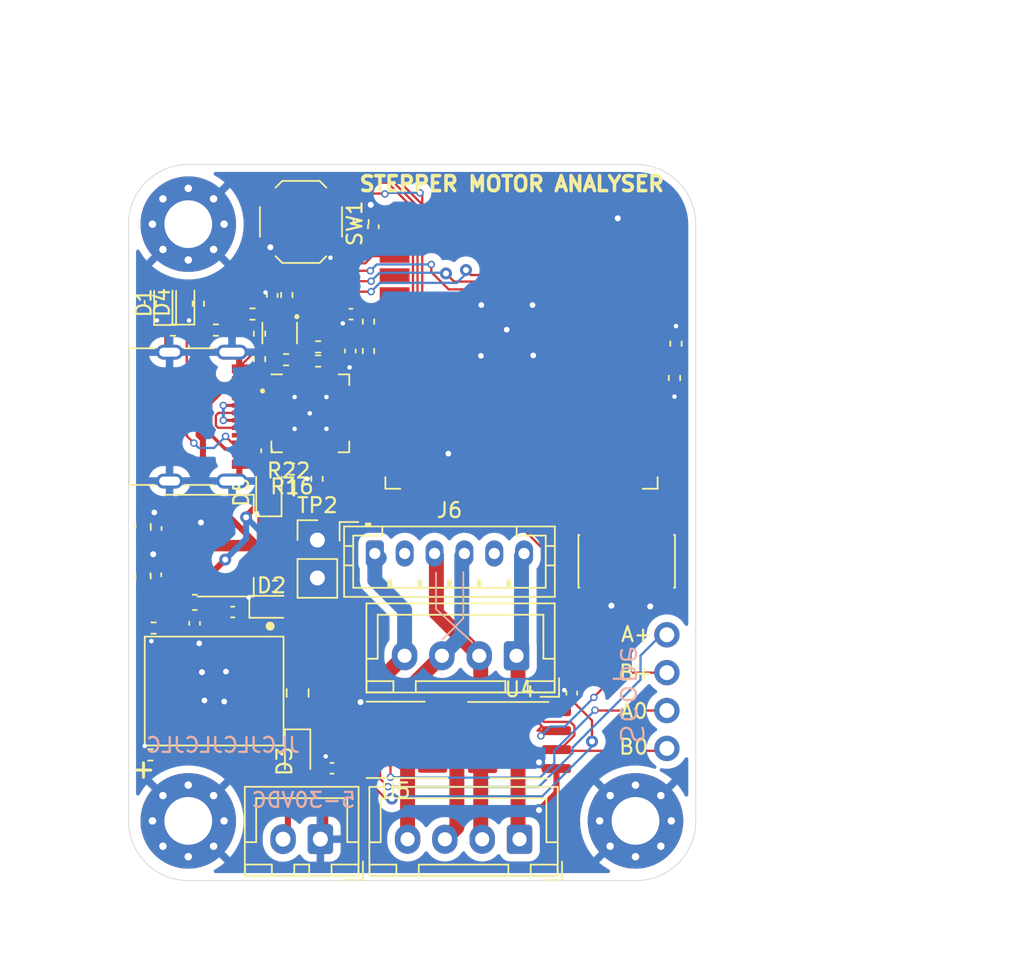
<source format=kicad_pcb>
(kicad_pcb (version 20221018) (generator pcbnew)
  (layers (0 "F.Cu" signal) (31 "B.Cu" signal) (34 "B.Paste" user) (35 "F.Paste" user) (36 "B.SilkS" user "B.Silkscreen") (37 "F.SilkS" user "F.Silkscreen") (38 "B.Mask" user) (39 "F.Mask" user) (44 "Edge.Cuts" user))
  (net 0 "")
  (net 1 "Net-(U2-VBUS)")
  (net 2 "Net-(D1-A)")
  (net 3 "Net-(D2-A)")
  (net 4 "Net-(D3-A)")
  (net 5 "GNDD")
  (net 7 "Net-(J1-Pin_1)")
  (net 10 "+3V3")
  (net 11 "Net-(J1-Pin_2)")
  (net 12 "Net-(J1-Pin_3)")
  (net 13 "Net-(J1-Pin_4)")
  (net 14 "Net-(J2-Pin_2)")
  (net 15 "Net-(J2-Pin_3)")
  (net 16 "Net-(J4-CC1)")
  (net 18 "Net-(J4-CC2)")
  (net 22 "Net-(Q1A-B1)")
  (net 23 "Net-(Q1B-B2)")
  (net 24 "Net-(U2-~{RSTb})")
  (net 25 "Net-(U2-RXD)")
  (net 26 "Net-(U2-TXD)")
  (net 45 "VBUS")
  (net 46 "EN")
  (net 47 "D+")
  (net 49 "D-")
  (net 50 "ESP_TMS")
  (net 51 "ESP_TCK")
  (net 56 "ESP_TDO")
  (net 57 "ESP_TDI")
  (net 58 "RTS")
  (net 59 "DTR")
  (net 60 "IO0")
  (net 61 "LED1")
  (net 62 "LED2")
  (net 63 "TXD0")
  (net 64 "RXD0")
  (net 65 "CHB")
  (net 66 "CHA")
  (net 67 "CFG1")
  (net 68 "CFG2")
  (net 69 "SWITCH")
  (net 81 "CHA_V0")
  (net 82 "CHB_V0")
  (net 83 "+5V")
  (net 84 "+12V")
  (net 86 "CHB_RAW")
  (net 87 "CHA_RAW")
  (net 88 "Net-(D4-A)")
  (footprint "Capacitor_SMD:C_0402_1005Metric" (layer "F.Cu") (at 1.825 -17 -90)
    (fp_text reference "C8" hide)
    (fp_text value "100n")
  )
  (footprint "Capacitor_SMD:C_0603_1608Metric" (layer "F.Cu") (at 0.975 -20.275 -90)
    (fp_text reference "C10" hide)
    (fp_text value "10u")
  )
  (footprint "Capacitor_SMD:C_0402_1005Metric" (layer "F.Cu") (at 1.85 -20.1 -90)
    (fp_text reference "C11" hide)
    (fp_text value "100n")
  )
  (footprint "Capacitor_SMD:C_0402_1005Metric" (layer "F.Cu") (at 9.2462 -25.306716 -90)
    (fp_text reference "C7" hide)
    (fp_text value "100n")
  )
  (footprint "Resistor_SMD:R_0402_1005Metric" (layer "F.Cu") (at 9.8 -16.225 180)
    (fp_text reference "R6" hide)
    (fp_text value "5K1")
  )
  (footprint "Resistor_SMD:R_0402_1005Metric" (layer "F.Cu") (at 1.4586 -35.1996 90)
    (fp_text reference "R1" hide)
    (fp_text value "5K1")
  )
  (footprint "Resistor_SMD:R_0402_1005Metric" (layer "F.Cu") (at 4.675 -35.175 90)
    (fp_text reference "R2" hide)
    (fp_text value "5K1")
  )
  (footprint "Resistor_SMD:R_0402_1005Metric" (layer "F.Cu") (at 12.625 -23.431716 -90)
    (fp_text reference "R7" hide)
    (fp_text value "5K1")
  )
  (footprint "stepper_monitor:QFN-28-1EP_5x5mm_P0.5mm_EP3.35x3.35mm" (layer "F.Cu") (at 12.175 -27.82 -90)
    (fp_text reference "U2" hide)
    (fp_text value "CP2102N-A01-GQFN28")
  )
  (footprint "stepper_monitor:ESP32-WROOM-32U" (layer "F.Cu") (at 26.3254 -31.8438 90)
    (fp_text reference "U6" hide)
    (fp_text value "ESP32-WROOM-32U-N4")
  )
  (footprint "stepper_monitor:USB_C_Receptacle_XKB_U262-16XN-4BVC11" (layer "F.Cu") (at 5.325 -27.6 -90)
    (fp_text reference "J4")
    (fp_text value "USB_C_Receptacle_USB2.0")
  )
  (footprint "Resistor_SMD:R_0402_1005Metric" (layer "F.Cu") (at 8.775 -31.45 -90)
    (fp_text reference "R4" hide)
    (fp_text value "5K1")
  )
  (footprint "Resistor_SMD:R_0402_1005Metric" (layer "F.Cu") (at 2.975 -33.4)
    (fp_text reference "R5" hide)
    (fp_text value "5K1")
  )
  (footprint "MountingHole:MountingHole_3.2mm_M3_Pad_Via" (layer "F.Cu") (at 4 -40.5)
    (fp_text reference "H1")
    (fp_text value "MountingHole")
  )
  (footprint "Capacitor_SMD:C_0402_1005Metric" (layer "F.Cu") (at 29.693076 -9.068776 -90)
    (fp_text reference "C14" hide)
    (fp_text value "100n")
  )
  (footprint "Package_SO:SOIC-8_3.9x4.9mm_P1.27mm" (layer "F.Cu") (at 26.193076 -5.912776)
    (fp_text reference "U4")
    (fp_text value "CC6920BSO-5A")
  )
  (footprint "Resistor_SMD:R_0402_1005Metric" (layer "F.Cu") (at 36.575 -30.192 -90)
    (fp_text reference "R17" hide)
    (fp_text value "DNP")
  )
  (footprint "Resistor_SMD:R_0402_1005Metric" (layer "F.Cu") (at 16.075 -31.992 -90)
    (fp_text reference "R19" hide)
    (fp_text value "1K")
  )
  (footprint "Connector_JST:JST_XH_B4B-XH-A_1x04_P2.50mm_Vertical" (layer "F.Cu") (at 25.993076 -11.568776 180)
    (fp_text reference "J1")
    (fp_text value "Conn_01x04_Pin")
  )
  (footprint "Connector_JST:JST_PH_B6B-PH-K_1x06_P2.00mm_Vertical" (layer "F.Cu") (at 16.5 -18.425)
    (fp_text reference "J6")
    (fp_text value "Conn_01x04_Pin")
  )
  (footprint "Resistor_SMD:R_0402_1005Metric" (layer "F.Cu") (at 10.9 -22.825)
    (fp_text reference "R22")
    (fp_text value "5K1")
  )
  (footprint "Capacitor_SMD:C_0402_1005Metric" (layer "F.Cu") (at 6.975 -14.5)
    (fp_text reference "C2" hide)
    (fp_text value "100n 50V")
  )
  (footprint "stepper_monitor:SOT-223-3_TabPin2" (layer "F.Cu") (at 6.475 -18.95 180)
    (fp_text reference "U3")
    (fp_text value "AMS1117-3.3")
  )
  (footprint "Capacitor_SMD:C_0805_2012Metric" (layer "F.Cu") (at 11.325 -9.075 90)
    (fp_text reference "C1" hide)
    (fp_text value "10u 50V")
  )
  (footprint "Capacitor_SMD:C_0402_1005Metric" (layer "F.Cu") (at 9.625 -35.725 -90)
    (fp_text reference "C9" hide)
    (fp_text value "2u2")
  )
  (footprint "Resistor_SMD:R_0402_1005Metric" (layer "F.Cu") (at 1.675 -13.425)
    (fp_text reference "R8" hide)
    (fp_text value "10K")
  )
  (footprint "Capacitor_SMD:C_0402_1005Metric" (layer "F.Cu") (at 14.8576 -32 -90)
    (fp_text reference "C16" hide)
    (fp_text value "2n2")
  )
  (footprint "Resistor_SMD:R_0402_1005Metric" (layer "F.Cu") (at 36.675 -32.492 90)
    (fp_text reference "R18" hide)
    (fp_text value "DNP")
  )
  (footprint "Resistor_SMD:R_0402_1005Metric" (layer "F.Cu") (at 12.7 -32.275 180)
    (fp_text reference "R15" hide)
    (fp_text value "1K")
  )
  (footprint "Button_Switch_SMD:SW_SPST_TL3342" (layer "F.Cu") (at 11.55 -40.65 180)
    (fp_text reference "SW1")
    (fp_text value "SW_Push")
  )
  (footprint "Resistor_SMD:R_0402_1005Metric" (layer "F.Cu") (at 10.9462 -24.081716 180)
    (fp_text reference "R16")
    (fp_text value "10K")
  )
  (footprint "LED_SMD:LED_0603_1608Metric" (layer "F.Cu") (at 3.675 -35.25 90)
    (fp_text reference "D4")
    (fp_text value "BLUE")
  )
  (footprint "stepper_monitor:Converter_DCDC" (layer "F.Cu") (at 5.7347 -8.925 180)
    (fp_text reference "U1")
    (fp_text value "5V")
  )
  (footprint "Resistor_SMD:R_0402_1005Metric" (layer "F.Cu") (at 10.55 -31.4142)
    (fp_text reference "R11" hide)
    (fp_text value "5K1")
  )
  (footprint "Resistor_SMD:R_0402_1005Metric" (layer "F.Cu") (at 1.4597 -4.925 180)
    (fp_text reference "R3" hide)
    (fp_text value "200K")
  )
  (footprint "LED_SMD:LED_0603_1608Metric" (layer "F.Cu") (at 2.45 -35.225 90)
    (fp_text reference "D1")
    (fp_text value "RED")
  )
  (footprint "Capacitor_SMD:C_0603_1608Metric" (layer "F.Cu") (at 4.4347 -15.15 180)
    (fp_text reference "C5" hide)
    (fp_text value "10u")
  )
  (footprint "Resistor_SMD:R_0402_1005Metric" (layer "F.Cu") (at 10.6 -35.75 90)
    (fp_text reference "R12" hide)
    (fp_text value "10K")
  )
  (footprint "Capacitor_SMD:C_0402_1005Metric" (layer "F.Cu") (at 4.4247 -13.7444 90)
    (fp_text reference "C3" hide)
    (fp_text value "100n")
  )
  (footprint "Resistor_SMD:R_0402_1005Metric" (layer "F.Cu") (at 12.7 -31.325 180)
    (fp_text reference "R14" hide)
    (fp_text value "1K")
  )
  (footprint "Diode_SMD:D_SOD-323" (layer "F.Cu") (at 9.4 -22.525 90)
    (fp_text reference "D5")
    (fp_text value "1N5819WS")
  )
  (footprint "stepper_monitor:SOT-363_SC-70-6" (layer "F.Cu") (at 10.125 -33.2 180)
    (fp_text reference "Q1" hide)
    (fp_text value "MMDT2222A")
  )
  (footprint "Resistor_SMD:R_0402_1005Metric" (layer "F.Cu") (at 5.85 -33.4 180)
    (fp_text reference "R9" hide)
    (fp_text value "10K")
  )
  (footprint "Resistor_SMD:R_0402_1005Metric" (layer "F.Cu") (at 16.075 -33.967 -90)
    (fp_text reference "R20" hide)
    (fp_text value "1K")
  )
  (footprint "LED_SMD:LED_0603_1608Metric" (layer "F.Cu") (at 9.575 -14.85)
    (fp_text reference "D2")
    (fp_text value "Yellow")
  )
  (footprint "Connector_PinHeader_2.54mm:PinHeader_1x04_P2.54mm_Vertical" (layer "F.Cu") (at 36.066 -12.976972)
    (fp_text reference "TP1" hide)
    (fp_text value "ScopeTestPoint")
  )
  (footprint "Connector_JST:JST_XH_B2B-XH-A_1x02_P2.50mm_Vertical" (layer "F.Cu") (at 12.85 0.725 180)
    (fp_text reference "J3")
    (fp_text value "Conn_01x02_Pin")
  )
  (footprint "Package_SO:SOIC-8_3.9x4.9mm_P1.27mm" (layer "F.Cu") (at 17.893076 -5.933776 180)
    (fp_text reference "U5")
    (fp_text value "CC6920BSO-5A")
  )
  (footprint "Capacitor_SMD:C_0402_1005Metric" (layer "F.Cu") (at 14.9 -34.467 180)
    (fp_text reference "C19" hide)
    (fp_text value "2n2")
  )
  (footprint "Capacitor_SMD:C_0402_1005Metric" (layer "F.Cu") (at 13.6326 -4.025)
    (fp_text reference "C17" hide)
    (fp_text value "100n")
  )
  (footprint "Capacitor_SMD:C_0603_1608Metric" (layer "F.Cu") (at 0.975 -16.875 -90)
    (fp_text reference "C6" hide)
    (fp_text value "10u")
  )
  (footprint "MountingHole:MountingHole_3.2mm_M3_Pad_Via" (layer "F.Cu") (at 33.963056 -0.5)
    (fp_text reference "H4")
    (fp_text value "MountingHole")
  )
  (footprint "Resistor_SMD:R_0402_1005Metric" (layer "F.Cu") (at 8.3 -34.475 180)
    (fp_text reference "R13" hide)
    (fp_text value "10K")
  )
  (footprint "Resistor_SMD:R_0402_1005Metric" (layer "F.Cu") (at 8.775 -33.1642 90)
    (fp_text reference "R10" hide)
    (fp_text value "5K1")
  )
  (footprint "stepper_monitor:PinHeader_2x05_P1.27mm_Vertical_SMD" (layer "F.Cu") (at 33.375 -17.9)
    (fp_text reference "J5" hide)
    (fp_text value "JTAG")
  )
  (footprint "MountingHole:MountingHole_3.2mm_M3_Pad_Via" (layer "F.Cu") (at 4 -0.5)
    (fp_text reference "H3")
    (fp_text value "MountingHole")
  )
  (footprint "Capacitor_SMD:C_0402_1005Metric" (layer "F.Cu") (at 16.4 -40.325 90)
    (fp_text reference "C13" hide)
    (fp_text value "100n")
  )
  (footprint "Connector_PinHeader_2.54mm:PinHeader_1x02_P2.54mm_Vertical" (layer "F.Cu") (at 12.65 -19.325)
    (fp_text reference "TP2")
    (fp_text value "5V_pins")
  )
  (footprint "Capacitor_SMD:C_0603_1608Metric" (layer "F.Cu") (at 15.575 -40.65 -90)
    (fp_text reference "C12" hide)
    (fp_text value "10u")
  )
  (footprint "Diode_SMD:D_SOD-323" (layer "F.Cu") (at 11.325 -5.025 -90)
    (fp_text reference "D3")
    (fp_text value "1N5819WS")
  )
  (footprint "Connector_JST:JST_XH_B4B-XH-A_1x04_P2.50mm_Vertical" (layer "F.Cu") (at 26.193076 0.731224 180)
    (fp_text reference "J2")
    (fp_text value "Conn_01x04_Pin")
  )
  (gr_line (start 22.425 -14.075) (end 22.425 -17.175) (stroke (width 0.12)) (layer "B.SilkS"))
  (gr_line (start 21.025 -12.65) (end 22.425 -14.075) (stroke (width 0.12)) (layer "B.SilkS"))
  (gr_line (start 20.6 -14.7) (end 20.6 -17.125) (stroke (width 0.12)) (layer "B.SilkS"))
  (gr_line (start 23.025 -12.475) (end 20.6 -14.7) (stroke (width 0.12)) (layer "B.SilkS"))
  (gr_line (start 0 -40.5) (end 0 -0.5) (stroke (width 0.05)) (layer "Edge.Cuts"))
  (gr_arc (start 38 -0.5) (mid 36.828427 2.328427) (end 34 3.5) (stroke (width 0.05)) (layer "Edge.Cuts"))
  (gr_line (start 4 3.5) (end 34 3.5) (stroke (width 0.05)) (layer "Edge.Cuts"))
  (gr_arc (start 4 3.5) (mid 1.171573 2.328427) (end 0 -0.5) (stroke (width 0.05)) (layer "Edge.Cuts"))
  (gr_arc (start 0 -40.5) (mid 1.171573 -43.328427) (end 4 -44.5) (stroke (width 0.05)) (layer "Edge.Cuts"))
  (gr_line (start 38 -0.5) (end 38 -40.5) (stroke (width 0.05)) (layer "Edge.Cuts"))
  (gr_arc (start 34 -44.5) (mid 36.828427 -43.328427) (end 38 -40.5) (stroke (width 0.05)) (layer "Edge.Cuts"))
  (gr_line (start 34 -44.5) (end 4 -44.5) (stroke (width 0.05)) (layer "Edge.Cuts"))
  (gr_text "5-30VDC" (at 11.725 -1.9) (layer "B.SilkS") (effects (font (size 1 1) (thickness 0.155) bold) (justify mirror)))
  (gr_text "Scope" (at 32.8 -5.5 270) (layer "B.SilkS") (effects (font (size 1.5 1.5)) (justify left bottom mirror)))
  (gr_text "JLCJLCJLCJLC" (at 11.5747 -5) (layer "B.SilkS") (effects (font (size 1 1) (thickness 0.155)) (justify left bottom mirror)))
  (gr_text "+" (at 1 -4) (layer "F.SilkS") (effects (font (size 1.27 1.27) (thickness 0.2032))))
  (gr_text "B+" (at 32.775 -9.85) (layer "F.SilkS") (effects (font (size 1 1)) (justify left bottom)))
  (gr_text "A0" (at 32.866 -7.276972) (layer "F.SilkS") (effects (font (size 1 1)) (justify left bottom)))
  (gr_text "B0" (at 32.766 -4.876972) (layer "F.SilkS") (effects (font (size 1 1)) (justify left bottom)))
  (gr_text "A+" (at 32.9 -12.425) (layer "F.SilkS") (effects (font (size 1 1)) (justify left bottom)))
  (gr_text "STEPPER MOTOR ANALYSER\n" (at 25.675 -43.2) (layer "F.SilkS") (effects (font (size 1 1) (thickness 0.24) bold)))
  (gr_text "-" (at 10.9734 -22.825 90) (layer "F.SilkS") (effects (font (size 1.27 1.27) (thickness 0.2032))))
  (segment (start 10.4362 -25.1312) (end 10.4362 -24.081716) (width 0.1524) (layer "F.Cu") (net 1))
  (segment (start 11.41 -22.825) (end 11.41 -23.107916) (width 0.1524) (layer "F.Cu") (net 1))
  (segment (start 11.41 -23.107916) (end 10.4362 -24.081716) (width 0.1524) (layer "F.Cu") (net 1))
  (segment (start 10.675 -25.37) (end 10.4362 -25.1312) (width 0.1524) (layer "F.Cu") (net 1))
  (segment (start 2.45 -35.681) (end 2.45 -36.0125) (width 0.1524) (layer "F.Cu") (net 2))
  (segment (start 1.4586 -34.6896) (end 2.45 -35.681) (width 0.1524) (layer "F.Cu") (net 2))
  (segment (start 10.335 -14.8975) (end 10.2625 -14.825) (width 0.1524) (layer "F.Cu") (net 3))
  (segment (start 10.335 -16.225) (end 10.335 -14.8975) (width 0.1524) (layer "F.Cu") (net 3))
  (segment (start 10.35 0.725) (end 10.675 0.4) (width 0.4064) (layer "F.Cu") (net 4))
  (segment (start 10.675 0.4) (end 10.675 -3.325) (width 0.4064) (layer "F.Cu") (net 4))
  (segment (start 10.675 -3.325) (end 11.325 -3.975) (width 0.4064) (layer "F.Cu") (net 4))
  (segment (start 15.543076 -8.462776) (end 15.543076 -7.963776) (width 0.1524) (layer "F.Cu") (net 5))
  (segment (start 6.495 -14.5) (end 5.7347 -13.7397) (width 0.4064) (layer "F.Cu") (net 5))
  (segment (start 5.7347 -5.3653) (end 5.7347 -6.3644) (width 0.6096) (layer "F.Cu") (net 5))
  (segment (start 9.675 -28.32) (end 10.531884 -28.32) (width 0.2286) (layer "F.Cu") (net 5))
  (segment (start 36.575 -29.682) (end 36.575 -28.942) (width 0.1524) (layer "F.Cu") (net 5))
  (segment (start 13.175 -3.086993) (end 10.6646 -5.597393) (width 0.4064) (layer "F.Cu") (net 5))
  (segment (start 1.825 -17.48) (end 1.825 -18.2) (width 0.4064) (layer "F.Cu") (net 5))
  (segment (start 0.975 -17.7) (end 1.65 -18.375) (width 0.4064) (layer "F.Cu") (net 5))
  (segment (start 13.175 0.4) (end 13.175 -3.086993) (width 0.4064) (layer "F.Cu") (net 5))
  (segment (start 5.7347 -12.0444) (end 5.7347 -13.4512) (width 0.3048) (layer "F.Cu") (net 5))
  (segment (start 27.5 -4.425) (end 27.917224 -4.007776) (width 0.4064) (layer "F.Cu") (net 5))
  (segment (start 1.825 -18.2) (end 1.65 -18.375) (width 0.4064) (layer "F.Cu") (net 5))
  (segment (start 10.531884 -28.32) (end 11.1242 -28.912316) (width 0.2286) (layer "F.Cu") (net 5))
  (segment (start 2.465 -32.205) (end 2.465 -33.4) (width 0.1524) (layer "F.Cu") (net 5))
  (segment (start 1.655 -17.65) (end 1.825 -17.48) (width 0.6096) (layer "F.Cu") (net 5))
  (segment (start 6.36 -33.4) (end 6.93 -32.83) (width 0.1524) (layer "F.Cu") (net 5))
  (segment (start 0.975 -17.65) (end 1.655 -17.65) (width 0.6096) (layer "F.Cu") (net 5))
  (segment (start 21.425 -25.117) (end 20.6104 -24.3024) (width 0.4064) (layer "F.Cu") (net 5))
  (segment (start 11.675 -28.32) (end 12.175 -27.82) (width 0.1524) (layer "F.Cu") (net 5))
  (segment (start 14.7 -38.75) (end 14.025 -38.75) (width 0.1524) (layer "F.Cu") (net 5))
  (segment (start 36.675 -33.002) (end 36.675 -33.667) (width 0.1524) (layer "F.Cu") (net 5))
  (segment (start 12.85 0.725) (end 13.175 0.4) (width 0.6096) (layer "F.Cu") (net 5))
  (segment (start 3.4379 -34.6474) (end 4.0221 -34.0632) (width 0.1524) (layer "F.Cu") (net 5))
  (segment (start 5.7347 -14.125) (end 5.7347 -12.0444) (width 0.4064) (layer "F.Cu") (net 5))
  (segment (start 34.8254 -40.925) (end 32.8086 -40.925) (width 0.4064) (layer "F.Cu") (net 5))
  (segment (start 8.6875 -14.8375) (end 8.05 -15.475) (width 0.1524) (layer "F.Cu") (net 5))
  (segment (start 10.725 -6.408946) (end 10.725 -7.525) (width 0.4064) (layer "F.Cu") (net 5))
  (segment (start 4.85 -20.5) (end 4.1 -21.25) (width 0.6096) (layer "F.Cu") (net 5))
  (segment (start 13.2076 -4.08) (end 13.1526 -4.025) (width 0.2286) (layer "F.Cu") (net 5))
  (segment (start 1.911 -34.0635) (end 1.911 -34.061) (width 0.1524) (layer "F.Cu") (net 5))
  (segment (start 14.35 -34.397) (end 14.42 -34.467) (width 0.1524) (layer "F.Cu") (net 5))
  (segment (start 2.8732 -21.2115) (end 2.8618 -21.2001) (width 0.6096) (layer "F.Cu") (net 5))
  (segment (start 1.165 -13.425) (end 1.165 -12.91) (width 0.1524) (layer "F.Cu") (net 5))
  (segment (start 15.772 -41.425) (end 16.2 -40.997) (width 0.6096) (layer "F.Cu") (net 5))
  (segment (start 9.175 -35.925) (end 9.345 -35.925) (width 0.1524) (layer "F.Cu") (net 5))
  (segment (start 10.6646 -6.348546) (end 10.725 -6.408946) (width 0.4064) (layer "F.Cu") (net 5))
  (segment (start 14.8576 -31.52) (end 14.8576 -30.95) (width 0.1524) (layer "F.Cu") (net 5))
  (segment (start 4.1 -21.25) (end 3.325 -21.25) (width 0.6096) (layer "F.Cu") (net 5))
  (segment (start 3.7998 -21.2115) (end 2.8732 -21.2115) (width 0.6096) (layer "F.Cu") (net 5))
  (segment (start 0.975 -21.05) (end 1.445 -20.58) (width 0.6096) (layer "F.Cu") (net 5))
  (segment (start 5.7347 -13.7397) (end 5.7347 -12.0444) (width 0.4064) (layer "F.Cu") (net 5))
  (segment (start 17.8254 -40.925) (end 17.606 -41.1444) (width 0.1524) (layer "F.Cu") (net 5))
  (segment (start 10.915084 -28.32) (end 11.675 -28.32) (width 0.1524) (layer "F.Cu") (net 5))
  (segment (start 27.917224 -4.007776) (end 28.668076 -4.007776) (width 0.4064) (layer "F.Cu") (net 5))
  (segment (start 2.7004 -21.1865) (end 2.6618 -21.2251) (width 0.6096) (layer "F.Cu") (net 5))
  (segment (start 28.668076 -2.393076) (end 27.5 -1.225) (width 0.4064) (layer "F.Cu") (net 5))
  (segment (start 11.975 -23.425) (end 11.4562 -23.9438) (width 0.1524) (layer "F.Cu") (net 5))
  (segment (start 3.9998 -21.1865) (end 2.7004 -21.1865) (width 0.6096) (layer "F.Cu") (net 5))
  (segment (start 14.8576 -30.95) (end 14.8076 -30.9) (width 0.1524) (layer "F.Cu") (net 5))
  (segment (start 8.4 -38.75) (end 9.3 -38.75) (width 0.1524) (layer "F.Cu") (net 5))
  (segment (start 8.478284 -31.978284) (end 7.495 -30.995) (width 0.1524) (layer "F.Cu") (net 5))
  (segment (start 32.105 -15.95) (end 35.915 -15.95) (width 0.1524) (layer "F.Cu") (net 5))
  (segment (start 3.6498 -21.2115) (end 3.0232 -21.2115) (width 0.6096) (layer "F.Cu") (net 5))
  (segment (start 2.75 -22.95) (end 2.75 -23.28) (width 0.2286) (layer "F.Cu") (net 5))
  (segment (start 10.725 -7.525) (end 11.325 -8.125) (width 0.4064) (layer "F.Cu") (net 5))
  (segment (start 6.93 -32.83) (end 6.93 -31.92) (width 0.1524) (layer "F.Cu") (net 5))
  (segment (start 5.2097 -14.65) (end 5.7347 -14.125) (width 0.4064) (layer "F.Cu") (net 5))
  (segment (start 2.655 -20.58) (end 3.325 -21.25) (width 0.6096) (layer "F.Cu") (net 5))
  (segment (start 7.495 -30.995) (end 7.495 -30.8) (width 0.1524) (layer "F.Cu") (net 5))
  (segment (start 4.5147 -13.2644) (end 5.7347 -12.0444) (width 0.4064) (layer "F.Cu") (net 5))
  (segment (start 32.8086 -40.925) (end 32.7768 -40.8932) (width 0.2286) (layer "F.Cu") (net 5))
  (segment (start 8.9538 -31.978284) (end 8.478284 -31.978284) (width 0.1524) (layer "F.Cu") (net 5))
  (segment (start 5.7347 -13.8014) (end 5.7347 -12.0444) (width 0.4064) (layer "F.Cu") (net 5))
  (segment (start 1.165 -12.91) (end 1.525 -12.55) (width 0.1524) (layer "F.Cu") (net 5))
  (segment (start 9.345 -35.925) (end 9.625 -36.205) (width 0.1524) (layer "F.Cu") (net 5))
  (segment (start 20.6104 -24.3024) (end 20.6104 -23.415) (width 0.4064) (layer "F.Cu") (net 5))
  (segment (start 15.543076 -7.963776) (end 15.418076 -7.838776) (width 0.1524) (layer "F.Cu") (net 5))
  (segment (start 16.2 -40.997) (end 16.3474 -41.1444) (width 0.6096) (layer "F.Cu") (net 5))
  (segment (start 2.8504 -21.1865) (end 2.8118 -21.2251) (width 0.6096) (layer "F.Cu") (net 5))
  (segment (start 16.225 -41.8) (end 15.85 -41.425) (width 0.4064) (layer "F.Cu") (net 5))
  (segment (start 7.1164 -31.87) (end 7.41 -31.5764) (width 0.4064) (layer "F.Cu") (net 5))
  (segment (start 13.2076 -4.825) (end 13.2076 -4.08) (width 0.2286) (layer "F.Cu") (net 5))
  (segment (start 7.4953 -8.125) (end 5.7347 -6.3644) (width 0.762) (layer "F.Cu") (net 5))
  (segment (start 5.2097 -15.15) (end 5.2097 -14.65) (width 0.4064) (layer "F.Cu") (net 5))
  (segment (start 14.025 -38.75) (end 13.525 -38.25) (width 0.1524) (layer "F.Cu") (net 5))
  (segment (start 2.75 -31.92) (end 2.465 -32.205) (width 0.1524) (layer "F.Cu") (net 5))
  (segment (start 10.6646 -5.597393) (end 10.6646 -6.348546) (width 0.4064) (layer "F.Cu") (net 5))
  (segment (start 1.911 -34.061) (end 1.9 -34.05) (width 0.1524) (layer "F.Cu") (net 5))
  (segment (start 15.575 -41.425) (end 15.772 -41.425) (width 0.6096) (layer "F.Cu") (net 5))
  (segment (start 28.668076 -4.007776) (end 28.668076 -2.393076) (width 0.4064) (layer "F.Cu") (net 5))
  (segment (start 14.35 -33.85) (end 14.35 -34.397) (width 0.1524) (layer "F.Cu") (net 5))
  (segment (start 0.9497 -4.925) (end 0.9497 -5.39) (width 0.1524) (layer "F.Cu") (net 5))
  (segment (start 3.0232 -21.2115) (end 3.0118 -21.2001) (width 0.6096) (layer "F.Cu") (net 5))
  (segment (start 6.845 -31.87) (end 7.1164 -31.87) (width 0.4064) (layer "F.Cu") (net 5))
  (segment (start 0.9497 -5.39) (end 1.0847 -5.525) (width 0.1524) (layer "F.Cu") (net 5))
  (segment (start 9.3 -38.75) (end 9.5 -38.95) (width 0.1524) (layer "F.Cu") (net 5))
  (segment (start 11.4562 -23.9438) (end 11.4562 -24.081716) (width 0.1524) (layer "F.Cu") (net 5))
  (segment (start 11.325 -8.125) (end 7.4953 -8.125) (width 0.762) (layer "F.Cu") (net 5))
  (segment (start 16.3474 -41.1444) (end 17.606 -41.1444) (width 0.6096) (layer "F.Cu") (net 5))
  (segment (start 15.85 -41.425) (end 15.575 -41.425) (width 0.4064) (layer "F.Cu") (net 5))
  (segment (start 4.4247 -13.2644) (end 4.5147 -13.2644) (width 0.4064) (layer "F.Cu") (net 5))
  (segment (start 7.41 -31.5764) (end 7.41 -30.75) (width 0.4064) (layer "F.Cu") (net 5))
  (segment (start 4.0221 -34.0632) (end 4.0368 -34.0632) (width 0.1524) (layer "F.Cu") (net 5))
  (segment (start 4.0368 -34.0632) (end 4.05 -34.05) (width 0.1524) (layer "F.Cu") (net 5))
  (segment (start 7.4228 -23.6055) (end 7.4228 -24.0741) (width 0.4064) (layer "F.Cu") (net 5))
  (segment (start 29.193076 -9.268776) (end 29.473076 -9.548776) (width 0.2286) (layer "F.Cu") (net 5))
  (segment (start 0.975 -17.65) (end 0.975 -17.7) (width 0.4064) (layer "F.Cu") (net 5))
  (segment (start 9.2462 -24.826716) (end 9.2462 -24.900716) (width 0.2286) (layer "F.Cu") (net 5))
  (segment (start 3.8498 -21.1865) (end 2.8504 -21.1865) (width 0.6096) (layer "F.Cu") (net 5))
  (segment (start 2.5 -34.6525) (end 1.911 -34.0635) (width 0.1524) (layer "F.Cu") (net 5))
  (segment (start 29.473076 -9.548776) (end 29.693076 -9.548776) (width 0.2286) (layer "F.Cu") (net 5))
  (segment (start 9.2462 -24.900716) (end 11.1242 -26.778716) (width 0.2286) (layer "F.Cu") (net 5))
  (segment (start 1.445 -20.58) (end 2.655 -20.58) (width 0.6096) (layer "F.Cu") (net 5))
  (segment (start 8.6875 -14.825) (end 8.6875 -14.8375) (width 0.1524) (layer "F.Cu") (net 5))
  (via (at 1.0847 -5.525) (size 0.55) (drill 0.3) (layers "F.Cu" "B.Cu") (net 5))
  (via (at 5.0847 -8.575) (size 0.762) (drill 0.381) (layers "F.Cu" "B.Cu") (net 5))
  (via (at 32.35 -14.925) (size 0.8) (drill 0.4) (layers "F.Cu" "B.Cu") (net 5))
  (via (at 13.2076 -4.825) (size 0.55) (drill 0.3) (layers "F.Cu" "B.Cu") (net 5))
  (via (at 9.5 -38.95) (size 0.8) (drill 0.4) (layers "F.Cu" "B.Cu") (net 5))
  (via (at 11.1242 -28.912316) (size 0.55) (drill 0.3) (layers "F.Cu" "B.Cu") (net 5))
  (via (at 1.525 -12.55) (size 0.5) (drill 0.3) (layers "F.Cu" "B.Cu") (net 5))
  (via (at 13.525 -38.25) (size 0.5) (drill 0.3) (layers "F.Cu" "B.Cu") (net 5))
  (via (at 13.2578 -28.912316) (size 0.55) (drill 0.3) (layers "F.Cu" "B.Cu") (net 5))
  (via (at 8.05 -15.475) (size 0.55) (drill 0.3) (layers "F.Cu" "B.Cu") (net 5))
  (via (at 11.975 -23.425) (size 0.55) (drill 0.3) (layers "F.Cu" "B.Cu") (net 5))
  (via (at 29.193076 -9.268776) (size 0.55) (drill 0.3) (layers "F.Cu" "B.Cu") (net 5))
  (via (at 4.85 -20.5) (size 0.8) (drill 0.4) (layers "F.Cu" "B.Cu") (net 5))
  (via (at 14.8076 -30.9) (size 0.5) (drill 0.3) (layers "F.Cu" "B.Cu") (net 5))
  (via (at 16.225 -41.8) (size 0.8) (drill 0.4) (layers "F.Cu" "B.Cu") (net 5))
  (via (at 9.175 -35.925) (size 0.5) (drill 0.3) (layers "F.Cu" "B.Cu") (net 5))
  (via (at 27.1128 -31.7004) (size 0.762) (drill 0.381) (layers "F.Cu" "B.Cu") (net 5))
  (via (at 34.95 -14.875) (size 0.8) (drill 0.4) (layers "F.Cu" "B.Cu") (net 5))
  (via (at 27.5 -4.425) (size 0.8) (drill 0.4) (layers "F.Cu" "B.Cu") (net 5))
  (via (at 23.6076 -31.675) (size 0.762) (drill 0.381) (layers "F.Cu" "B.Cu") (net 5))
  (via (at 12.1402 -27.820116) (size 0.55) (drill 0.3) (layers "F.Cu" "B.Cu") (net 5))
  (via (at 14.35 -33.85) (size 0.5) (drill 0.3) (layers "F.Cu" "B.Cu") (net 5))
  (via (at 4.7347 -12.4) (size 0.762) (drill 0.381) (layers "F.Cu" "B.Cu") (net 5))
  (via (at 13.2578 -26.778716) (size 0.55) (drill 0.3) (layers "F.Cu" "B.Cu") (net 5))
  (via (at 36.575 -28.942) (size 0.5) (drill 0.3) (layers "F.Cu" "B.Cu") (net 5))
  (via (at 27.062 -35.0786) (size 0.762) (drill 0.381) (layers "F.Cu" "B.Cu") (net 5))
  (via (at 32.7768 -40.8932) (size 0.8) (drill 0.4) (layers "F.Cu" "B.Cu") (net 5))
  (via (at 23.633 -35.0786) (size 0.762) (drill 0.381) (layers "F.Cu" "B.Cu") (net 5))
  (via (at 4.9185 -10.4676) (size 0.8) (drill 0.4) (layers "F.Cu" "B.Cu") (net 5))
  (via (at 36.675 -33.667) (size 0.5) (drill 0.3) (layers "F.Cu" "B.Cu") (net 5))
  (via (at 15.543076 -8.462776) (size 0.8) (drill 0.4) (layers "F.Cu" "B.Cu") (net 5))
  (via (at 21.425 -25.117) (size 0.762) (drill 0.381) (layers "F.Cu" "B.Cu") (net 5))
  (via (at 1.725 -21.175) (size 0.762) (drill 0.381) (layers "F.Cu" "B.Cu") (net 5))
  (via (at 6.525919 -10.510181) (size 0.762) (drill 0.381) (layers "F.Cu" "B.Cu") (net 5))
  (via (at 27.5 -1.225) (size 0.8) (drill 0.4) (layers "F.Cu" "B.Cu") (net 5))
  (via (at 4.05 -34.05) (size 0.5) (drill 0.3) (layers "F.Cu" "B.Cu") (net 5))
  (via (at 1.9 -34.05) (size 0.5) (drill 0.3) (layers "F.Cu" "B.Cu") (net 5))
  (via (at 6.4097 -8.5) (size 0.762) (drill 0.381) (layers "F.Cu" "B.Cu") (net 5))
  (via (at 11.1242 -26.778716) (size 0.55) (drill 0.3) (layers "F.Cu" "B.Cu") (net 5))
  (via (at 25.3348 -33.4276) (size 0.762) (drill 0.381) (layers "F.Cu" "B.Cu") (net 5))
  (via (at 1.65 -18.375) (size 0.8) (drill 0.4) (layers "F.Cu" "B.Cu") (net 5))
  (segment (start 26.093076 -11.468776) (end 26.093076 0.631224) (width 1) (layer "F.Cu") (net 7))
  (segment (start 26.093076 0.631224) (end 26.193076 0.731224) (width 0.762) (layer "F.Cu") (net 7))
  (segment (start 25.993076 -11.568776) (end 26.093076 -11.468776) (width 0.762) (layer "F.Cu") (net 7))
  (segment (start 25.993076 -11.568776) (end 26.325 -11.9007) (width 1) (layer "B.Cu") (net 7))
  (segment (start 26.325 -18.25) (end 26.5 -18.425) (width 1) (layer "B.Cu") (net 7))
  (segment (start 26.325 -11.9007) (end 26.325 -18.25) (width 1) (layer "B.Cu") (net 7))
  (segment (start 17.232938 -1.992062) (end 15.418076 -3.806924) (width 0.1524) (layer "F.Cu") (net 10))
  (segment (start 8.7 -25.240516) (end 9.2462 -25.786716) (width 0.1524) (layer "F.Cu") (net 10))
  (segment (start 10.9 -21.8) (end 10.9 -23.149208) (width 0.1524) (layer "F.Cu") (net 10))
  (segment (start 10.0656 -19.3906) (end 9.625 -18.95) (width 0.2286) (layer "F.Cu") (net 10))
  (segment (start 28.842076 -7.817776) (end 28.668076 -7.817776) (width 0.4064) (layer "F.Cu") (net 10))
  (segment (start 17.641176 -1.992062) (end 17.232938 -1.992062) (width 0.1524) (layer "F.Cu") (net 10))
  (segment (start 9.625 -16.585) (end 9.315 -16.275) (width 0.1524) (layer "F.Cu") (net 10))
  (segment (start 9.625 -19.84) (end 9.625 -18.95) (width 0.1524) (layer "F.Cu") (net 10))
  (segment (start 15.418076 -3.806924) (end 15.418076 -4.028776) (width 0.1524) (layer "F.Cu") (net 10))
  (segment (start 31.05 -7.231852) (end 29.693076 -8.588776) (width 0.1524) (layer "F.Cu") (net 10))
  (segment (start 11.275 -12.15) (end 11.275 -17.3) (width 0.1524) (layer "F.Cu") (net 10))
  (segment (start 4.9822 -22.6428) (end 8.675 -18.95) (width 0.4064) (layer "F.Cu") (net 10))
  (segment (start 10.4156 -36.8406) (end 13.45 -39.875) (width 0.3048) (layer "F.Cu") (net 10))
  (segment (start 29.613076 -8.588776) (end 28.842076 -7.817776) (width 0.4064) (layer "F.Cu") (net 10))
  (segment (start 9.9136 -19.2386) (end 9.625 -18.95) (width 0.1524) (layer "F.Cu") (net 10))
  (segment (start 9.8536 -24.0714) (end 9.606884 -24.318116) (width 0.1524) (layer "F.Cu") (net 10))
  (segment (start 14.1126 -4.025) (end 15.4143 -4.025) (width 0.4064) (layer "F.Cu") (net 10))
  (segment (start 8.7 -24.541637) (end 8.7 -25.240516) (width 0.1524) (layer "F.Cu") (net 10))
  (segment (start 13.0406 -6.165831) (end 13.0406 -10.3844) (width 0.1524) (layer "F.Cu") (net 10))
  (segment (start 13.45 -39.875) (end 15.575 -39.875) (width 0.3048) (layer "F.Cu") (net 10))
  (segment (start 2.52 -18.95) (end 1.85 -19.62) (width 0.6096) (layer "F.Cu") (net 10))
  (segment (start 31.05 -5.825) (end 31.05 -7.231852) (width 0.1524) (layer "F.Cu") (net 10))
  (segment (start 9.625 -20.525) (end 10.9 -21.8) (width 0.1524) (layer "F.Cu") (net 10))
  (segment (start 10.233708 -23.45) (end 9.8536 -23.830108) (width 0.1524) (layer "F.Cu") (net 10))
  (segment (start 9.8536 -23.830108) (end 9.8536 -24.0714) (width 0.1524) (layer "F.Cu") (net 10))
  (segment (start 12.625 -22.84) (end 9.625 -19.84) (width 0.1524) (layer "F.Cu") (net 10))
  (segment (start 10.9 -23.149208) (end 10.599208 -23.45) (width 0.1524) (layer "F.Cu") (net 10))
  (segment (start 10.6 -36.26) (end 10.6 -36.6562) (width 0.1524) (layer "F.Cu") (net 10))
  (segment (start 7.79 -34.475) (end 5.401187 -34.475) (width 0.1524) (layer "F.Cu") (net 10))
  (segment (start 16.4662 -39.655) (end 16.2462 -39.875) (width 0.6096) (layer "F.Cu") (net 10))
  (segment (start 4.9822 -26.076511) (end 4.9822 -22.6428) (width 0.4064) (layer "F.Cu") (net 10))
  (segment (start 9.606884 -24.318116) (end 8.923521 -24.318116) (width 0.1524) (layer "F.Cu") (net 10))
  (segment (start 4.7 -26.358711) (end 4.9822 -26.076511) (width 0.4064) (layer "F.Cu") (net 10))
  (segment (start 1.095 -19.62) (end 0.975 -19.5) (width 0.6096) (layer "F.Cu") (net 10))
  (segment (start 8.675 -18.95) (end 9.625 -18.95) (width 0.4064) (layer "F.Cu") (net 10))
  (segment (start 7.8156 -36.8406) (end 10.4156 -36.8406) (width 0.3048) (layer "F.Cu") (net 10))
  (segment (start 4.7 -33.773813) (end 4.7 -26.358711) (width 0.4064) (layer "F.Cu") (net 10))
  (segment (start 4.748813 -33.773813) (end 7.8156 -36.8406) (width 0.3048) (layer "F.Cu") (net 10))
  (segment (start 7.775 -34.49) (end 7.79 -34.475) (width 0.1524) (layer "F.Cu") (net 10))
  (segment (start 10.6 -36.6562) (end 10.4156 -36.8406) (width 0.1524) (layer "F.Cu") (net 10))
  (segment (start 17.8254 -39.655) (end 16.4662 -39.655) (width 0.6096) (layer "F.Cu") (net 10))
  (segment (start 13.0406 -10.3844) (end 11.275 -12.15) (width 0.1524) (layer "F.Cu") (net 10))
  (segment (start 29.693076 -8.588776) (end 29.613076 -8.588776) (width 0.4064) (layer "F.Cu") (net 10))
  (segment (start 9.625 -18.95) (end 9.625 -16.585) (width 0.1524) (layer "F.Cu") (net 10))
  (segment (start 7.325 -18.95) (end 3.325 -18.95) (width 0.762) (layer "F.Cu") (net 10))
  (segment (start 16.2462 -39.875) (end 15.575 -39.875) (width 0.6096) (layer "F.Cu") (net 10))
  (segment (start 15.418076 -4.028776) (end 15.177655 -4.028776) (width 0.1524) (layer "F.Cu") (net 10))
  (segment (start 9.675 -26.215516) (end 9.675 -26.82) (width 0.4064) (layer "F.Cu") (net 10))
  (segment (start 8.923521 -24.318116) (end 8.7 -24.541637) (width 0.1524) (layer "F.Cu") (net 10))
  (segment (start 4.7 -33.773813) (end 4.748813 -33.773813) (width 0.3048) (layer "F.Cu") (net 10))
  (segment (start 10.599208 -23.45) (end 10.233708 -23.45) (width 0.1524) (layer "F.Cu") (net 10))
  (segment (start 15.4143 -4.025) (end 15.418076 -4.028776) (width 0.4064) (layer "F.Cu") (net 10))
  (segment (start 11.275 -17.3) (end 9.625 -18.95) (width 0.1524) (layer "F.Cu") (net 10))
  (segment (start 3.325 -18.95) (end 2.52 -18.95) (width 0.6096) (layer "F.Cu") (net 10))
  (segment (start 1.85 -19.62) (end 1.095 -19.62) (width 0.6096) (layer "F.Cu") (net 10))
  (segment (start 7.325 -18.95) (end 9.625 -18.95) (width 0.762) (layer "F.Cu") (net 10))
  (segment (start 12.625 -22.921716) (end 12.625 -22.84) (width 0.1524) (layer "F.Cu") (net 10))
  (segment (start 9.2462 -25.786716) (end 9.675 -26.215516) (width 0.4064) (layer "F.Cu") (net 10))
  (segment (start 15.177655 -4.028776) (end 13.0406 -6.165831) (width 0.1524) (layer "F.Cu") (net 10))
  (segment (start 9.625 -18.95) (end 9.625 -20.525) (width 0.1524) (layer "F.Cu") (net 10))
  (via (at 31.05 -5.825) (size 0.8) (drill 0.4) (layers "F.Cu" "B.Cu") (net 10))
  (via (at 17.641176 -1.992062) (size 0.8) (drill 0.4) (layers "F.Cu" "B.Cu") (net 10))
  (segment (start 27.7125 -2.15) (end 31.05 -5.4875) (width 0.1524) (layer "B.Cu") (net 10))
  (segment (start 17.799114 -2.15) (end 27.7125 -2.15) (width 0.1524) (layer "B.Cu") (net 10))
  (segment (start 17.641176 -1.992062) (end 17.799114 -2.15) (width 0.1524) (layer "B.Cu") (net 10))
  (segment (start 31.05 -5.4875) (end 31.05 -5.825) (width 0.1524) (layer "B.Cu") (net 10))
  (segment (start 23.493076 -11.568776) (end 20.625 -14.436852) (width 1) (layer "F.Cu") (net 11))
  (segment (start 23.593076 -6.672776) (end 23.593076 -11.468776) (width 1) (layer "F.Cu") (net 11))
  (segment (start 20.625 -14.436852) (end 20.625 -18.3) (width 1) (layer "F.Cu") (net 11))
  (segment (start 23.718076 -6.547776) (end 23.593076 -6.672776) (width 0.762) (layer "F.Cu") (net 11))
  (segment (start 20.625 -18.3) (end 20.5 -18.425) (width 1) (layer "F.Cu") (net 11))
  (segment (start 18.740676 -6.086411) (end 18.740676 -9.316376) (width 1) (layer "F.Cu") (net 12))
  (segment (start 20.25 -4.577087) (end 18.740676 -6.086411) (width 1) (layer "F.Cu") (net 12))
  (segment (start 20.25 -4.511852) (end 20.25 -4.577087) (width 1) (layer "F.Cu") (net 12))
  (segment (start 18.740676 -9.316376) (end 20.993076 -11.568776) (width 1) (layer "F.Cu") (net 12))
  (segment (start 20.368076 -4.393776) (end 20.25 -4.511852) (width 1) (layer "F.Cu") (net 12))
  (segment (start 22.325 -12.9007) (end 22.325 -18.25) (width 1) (layer "B.Cu") (net 12))
  (segment (start 22.325 -18.25) (end 22.5 -18.425) (width 1) (layer "B.Cu") (net 12))
  (segment (start 20.993076 -11.568776) (end 22.325 -12.9007) (width 1) (layer "B.Cu") (net 12))
  (segment (start 18.693076 -4.130735) (end 18.693076 0.731224) (width 1) (layer "F.Cu") (net 13))
  (segment (start 17.588276 -7.161724) (end 17.588276 -5.235535) (width 1) (layer "F.Cu") (net 13))
  (segment (start 17.588276 -5.235535) (end 18.693076 -4.130735) (width 1) (layer "F.Cu") (net 13))
  (segment (start 18.493076 -11.568776) (end 17.293076 -10.368776) (width 1) (layer "F.Cu") (net 13))
  (segment (start 17.293076 -7.456924) (end 17.588276 -7.161724) (width 1) (layer "F.Cu") (net 13))
  (segment (start 17.293076 -10.368776) (end 17.293076 -7.456924) (width 1) (layer "F.Cu") (net 13))
  (segment (start 16.5 -16.625) (end 16.5 -18.425) (width 1) (layer "B.Cu") (net 13))
  (segment (start 18.493076 -11.568776) (end 18.493076 -14.631924) (width 1) (layer "B.Cu") (net 13))
  (segment (start 16.8 -18.125) (end 16.5 -18.425) (width 1) (layer "B.Cu") (net 13))
  (segment (start 18.493076 -14.631924) (end 16.5 -16.625) (width 1) (layer "B.Cu") (net 13))
  (segment (start 23.593076 -5.152776) (end 23.593076 0.631224) (width 1) (layer "F.Cu") (net 14))
  (segment (start 23.718076 -5.277776) (end 23.593076 -5.152776) (width 0.762) (layer "F.Cu") (net 14))
  (segment (start 23.593076 0.631224) (end 23.693076 0.731224) (width 0.762) (layer "F.Cu") (net 14))
  (segment (start 21.193076 0.731224) (end 21.995476 -0.071176) (width 1) (layer "F.Cu") (net 15))
  (segment (start 21.995476 -5.866376) (end 20.368076 -7.493776) (width 1) (layer "F.Cu") (net 15))
  (segment (start 21.995476 -0.071176) (end 21.995476 -5.866376) (width 1) (layer "F.Cu") (net 15))
  (segment (start 20.368076 -7.493776) (end 20.368076 -7.838776) (width 1) (layer "F.Cu") (net 15))
  (segment (start 8.825 -29.4978) (end 8.825 -30.776484) (width 0.1524) (layer "F.Cu") (net 16))
  (segment (start 7.495 -28.85) (end 8.1772 -28.85) (width 0.1524) (layer "F.Cu") (net 16))
  (segment (start 8.1772 -28.85) (end 8.825 -29.4978) (width 0.1524) (layer "F.Cu") (net 16))
  (segment (start 8.825 -30.776484) (end 8.9716 -30.923084) (width 0.1524) (layer "F.Cu") (net 16))
  (segment (start 3.9 -26.3) (end 3.9 -32.985) (width 0.1524) (layer "F.Cu") (net 18))
  (segment (start 6.925 -25.85) (end 6.5 -26.275) (width 0.1524) (layer "F.Cu") (net 18))
  (segment (start 4.375 -25.825) (end 3.9 -26.3) (width 0.1524) (layer "F.Cu") (net 18))
  (segment (start 3.9 -32.985) (end 3.485 -33.4) (width 0.1524) (layer "F.Cu") (net 18))
  (segment (start 7.495 -25.85) (end 6.925 -25.85) (width 0.1524) (layer "F.Cu") (net 18))
  (via (at 6.5 -26.275) (size 0.5) (drill 0.3) (layers "F.Cu" "B.Cu") (net 18))
  (via (at 4.375 -25.825) (size 0.5) (drill 0.3) (layers "F.Cu" "B.Cu") (net 18))
  (segment (start 5.725 -25.5) (end 6.5 -26.275) (width 0.1524) (layer "B.Cu") (net 18))
  (segment (start 4.375 -25.825) (end 4.7 -25.5) (width 0.1524) (layer "B.Cu") (net 18))
  (segment (start 4.7 -25.5) (end 5.725 -25.5) (width 0.1524) (layer "B.Cu") (net 18))
  (segment (start 10.125 -33.7346) (end 9.8698 -33.4794) (width 0.1524) (layer "F.Cu") (net 22))
  (segment (start 9.8698 -33.4794) (end 8.9698 -33.4794) (width 0.1524) (layer "F.Cu") (net 22))
  (segment (start 10.125 -34.15) (end 10.125 -33.7346) (width 0.1524) (layer "F.Cu") (net 22))
  (segment (start 8.9698 -33.4794) (end 8.775 -33.6742) (width 0.1524) (layer "F.Cu") (net 22))
  (segment (start 10.125 -31.4992) (end 10.125 -32.25) (width 0.1524) (layer "F.Cu") (net 23))
  (segment (start 10.04 -31.4142) (end 10.125 -31.4992) (width 0.1524) (layer "F.Cu") (net 23))
  (segment (start 11.4924 -24.630316) (end 11.9364 -24.630316) (width 0.1524) (layer "F.Cu") (net 24))
  (segment (start 11.9364 -24.630316) (end 12.625 -23.941716) (width 0.1524) (layer "F.Cu") (net 24))
  (segment (start 11.175 -24.947716) (end 11.4924 -24.630316) (width 0.1524) (layer "F.Cu") (net 24))
  (segment (start 11.175 -25.37) (end 11.175 -24.947716) (width 0.1524) (layer "F.Cu") (net 24))
  (segment (start 12.19 -30.335) (end 12.175 -30.32) (width 0.1524) (layer "F.Cu") (net 25))
  (segment (start 12.19 -31.325) (end 12.19 -30.335) (width 0.1524) (layer "F.Cu") (net 25))
  (segment (start 12.19 -32.275) (end 11.675 -31.76) (width 0.1524) (layer "F.Cu") (net 26))
  (segment (start 11.675 -31.76) (end 11.675 -30.32) (width 0.1524) (layer "F.Cu") (net 26))
  (segment (start 7.46 -25.2) (end 7.2267 -25.4333) (width 0.2286) (layer "F.Cu") (net 45))
  (segment (start 9.175 -23.575) (end 8.75 -23.575) (width 0.2286) (layer "F.Cu") (net 45))
  (segment (start 7.2267 -25.4333) (end 6.4667 -25.4333) (width 0.2286) (layer "F.Cu") (net 45))
  (segment (start 7.3298 -29.8348) (end 6.158607 -29.8348) (width 0.1524) (layer "F.Cu") (net 45))
  (segment (start 6.4667 -25.4333) (end 5.5071 -26.3929) (width 0.2286) (layer "F.Cu") (net 45))
  (segment (start 10.15 -22.825) (end 10.39 -22.825) (width 0.3048) (layer "F.Cu") (net 45))
  (segment (start 7.495 -30) (end 7.3298 -29.8348) (width 0.1524) (layer "F.Cu") (net 45))
  (segment (start 8.1034 -25.2) (end 7.495 -25.2) (width 0.2286) (layer "F.Cu") (net 45))
  (segment (start 8.35 -24.847982) (end 8.2283 -24.969682) (width 0.2286) (layer "F.Cu") (net 45))
  (segment (start 5.34 -30.653407) (end 5.34 -33.4) (width 0.1524) (layer "F.Cu") (net 45))
  (segment (start 5.5071 -26.3929) (end 5.5071 -28.5071) (width 0.2286) (layer "F.Cu") (net 45))
  (segment (start 6.95 -29.95) (end 7.41 -29.95) (width 0.2286) (layer "F.Cu") (net 45))
  (segment (start 9.365066 -23.575) (end 9.175 -23.575) (width 0.3048) (layer "F.Cu") (net 45))
  (segment (start 5.5071 -28.5071) (end 6.95 -29.95) (width 0.2286) (layer "F.Cu") (net 45))
  (segment (start 8.2283 -25.0751) (end 8.1034 -25.2) (width 0.2286) (layer "F.Cu") (net 45))
  (segment (start 8.35 -23.975) (end 8.35 -24.847982) (width 0.2286) (layer "F.Cu") (net 45))
  (segment (start 6.158607 -29.8348) (end 5.34 -30.653407) (width 0.1524) (layer "F.Cu") (net 45))
  (segment (start 8.2283 -24.969682) (end 8.2283 -25.0751) (width 0.2286) (layer "F.Cu") (net 45))
  (segment (start 9.4 -23.575) (end 10.15 -22.825) (width 0.3048) (layer "F.Cu") (net 45))
  (segment (start 8.75 -23.575) (end 8.35 -23.975) (width 0.2286) (layer "F.Cu") (net 45))
  (segment (start 8.440392 -33.1746) (end 10.411 -33.1746) (width 0.1524) (layer "F.Cu") (net 46))
  (segment (start 8.745792 -35.245) (end 8.3114 -34.810608) (width 0.1524) (layer "F.Cu") (net 46))
  (segment (start 9.63 -35.24) (end 9.625 -35.245) (width 0.1524) (layer "F.Cu") (net 46))
  (segment (start 10.411 -33.1746) (end 10.775 -32.8106) (width 0.1524) (layer "F.Cu") (net 46))
  (segment (start 8.2264 -33.959808) (end 8.2264 -33.388592) (width 0.1524) (layer "F.Cu") (net 46))
  (segment (start 14.818948 -37.875) (end 12.183948 -35.24) (width 0.1524) (layer "F.Cu") (net 46))
  (segment (start 17.8254 -38.3596) (end 16.3346 -38.3596) (width 0.1524) (layer "F.Cu") (net 46))
  (segment (start 8.3114 -34.810608) (end 8.3114 -34.044808) (width 0.1524) (layer "F.Cu") (net 46))
  (segment (start 10.775 -32.8106) (end 10.775 -32.25) (width 0.1524) (layer "F.Cu") (net 46))
  (segment (start 8.2264 -33.388592) (end 8.440392 -33.1746) (width 0.1524) (layer "F.Cu") (net 46))
  (segment (start 10.6 -35.24) (end 9.63 -35.24) (width 0.1524) (layer "F.Cu") (net 46))
  (segment (start 15.85 -37.875) (end 14.818948 -37.875) (width 0.1524) (layer "F.Cu") (net 46))
  (segment (start 12.183948 -35.24) (end 10.6 -35.24) (width 0.1524) (layer "F.Cu") (net 46))
  (segment (start 8.3114 -34.044808) (end 8.2264 -33.959808) (width 0.1524) (layer "F.Cu") (net 46))
  (segment (start 16.3346 -38.3596) (end 15.85 -37.875) (width 0.1524) (layer "F.Cu") (net 46))
  (segment (start 9.625 -35.245) (end 8.745792 -35.245) (width 0.1524) (layer "F.Cu") (net 46))
  (segment (start 5.85 -27.675) (end 5.85 -27) (width 0.1524) (layer "F.Cu") (net 47))
  (segment (start 6.025 -27.85) (end 5.85 -27.675) (width 0.1524) (layer "F.Cu") (net 47))
  (segment (start 7.2694 -27.85) (end 7.2004 -27.781) (width 0.1524) (layer "F.Cu") (net 47))
  (segment (start 7.495 -27.85) (end 6.025 -27.85) (width 0.1524) (layer "F.Cu") (net 47))
  (segment (start 9.675 -27.82) (end 9.663284 -27.831716) (width 0.1524) (layer "F.Cu") (net 47))
  (segment (start 6 -26.85) (end 7.495 -26.85) (width 0.1524) (layer "F.Cu") (net 47))
  (segment (start 5.85 -27) (end 6 -26.85) (width 0.1524) (layer "F.Cu") (net 47))
  (segment (start 9.663284 -27.831716) (end 7.0906 -27.831716) (width 0.1524) (layer "F.Cu") (net 47))
  (segment (start 7.269484 -27.32) (end 9.675 -27.32) (width 0.1524) (layer "F.Cu") (net 49))
  (segment (start 6.35 -28.35) (end 7.41 -28.35) (width 0.2) (layer "F.Cu") (net 49))
  (segment (start 7.41 -27.35) (end 6.35 -27.35) (width 0.2) (layer "F.Cu") (net 49))
  (via (at 6.35 -27.35) (size 0.5) (drill 0.3) (layers "F.Cu" "B.Cu") (net 49))
  (via (at 6.35 -28.35) (size 0.5) (drill 0.3) (layers "F.Cu" "B.Cu") (net 49))
  (segment (start 6.35 -28.35) (end 6.35 -27.35) (width 0.2) (layer "B.Cu") (net 49))
  (segment (start 30.835 -19.85) (end 28.9228 -21.7622) (width 0.1524) (layer "F.Cu") (net 50))
  (segment (start 19.275 -22.925) (end 19.275 -24.76) (width 0.1524) (layer "F.Cu") (net 50))
  (segment (start 19.275 -24.76) (end 18.3754 -25.6596) (width 0.1524) (layer "F.Cu") (net 50))
  (segment (start 18.3754 -25.6596) (end 17.8254 -25.6596) (width 0.1524) (layer "F.Cu") (net 50))
  (segment (start 28.9228 -21.7622) (end 20.4378 -21.7622) (width 0.1524) (layer "F.Cu") (net 50))
  (segment (start 20.4378 -21.7622) (end 19.275 -22.925) (width 0.1524) (layer "F.Cu") (net 50))
  (segment (start 22.5658 -22.067) (end 21.8804 -22.7524) (width 0.1524) (layer "F.Cu") (net 51))
  (segment (start 32.105 -20.595) (end 30.633 -22.067) (width 0.1524) (layer "F.Cu") (net 51))
  (segment (start 21.8804 -22.7524) (end 21.8804 -23.3896) (width 0.1524) (layer "F.Cu") (net 51))
  (segment (start 30.633 -22.067) (end 22.5658 -22.067) (width 0.1524) (layer "F.Cu") (net 51))
  (segment (start 32.105 -19.85) (end 32.105 -20.595) (width 0.1524) (layer "F.Cu") (net 51))
  (segment (start 33.375 -20.5322) (end 31.7462 -22.161) (width 0.1524) (layer "F.Cu") (net 56))
  (segment (start 31.3618 -22.161) (end 30.7704 -22.7524) (width 0.1524) (layer "F.Cu") (net 56))
  (segment (start 30.7704 -22.7524) (end 30.7704 -23.3896) (width 0.1524) (layer "F.Cu") (net 56))
  (segment (start 31.7462 -22.161) (end 31.3618 -22.161) (width 0.1524) (layer "F.Cu") (net 56))
  (segment (start 33.375 -19.85) (end 33.375 -20.5322) (width 0.1524) (layer "F.Cu") (net 56))
  (segment (start 34.175 -18.35) (end 30.3078 -18.35) (width 0.1524) (layer "F.Cu") (net 57))
  (segment (start 30.2364 -18.4214) (end 30.2364 -19.2386) (width 0.1524) (layer "F.Cu") (net 57))
  (segment (start 30.2364 -19.2386) (end 28.15 -21.325) (width 0.1524) (layer "F.Cu") (net 57))
  (segment (start 30.3078 -18.35) (end 30.2364 -18.4214) (width 0.1524) (layer "F.Cu") (net 57))
  (segment (start 28.15 -21.325) (end 19.975 -21.325) (width 0.1524) (layer "F.Cu") (net 57))
  (segment (start 34.645 -18.82) (end 34.175 -18.35) (width 0.1524) (layer "F.Cu") (net 57))
  (segment (start 19.975 -21.325) (end 17.8254 -23.4746) (width 0.1524) (layer "F.Cu") (net 57))
  (segment (start 17.8254 -23.4746) (end 17.8254 -24.3896) (width 0.1524) (layer "F.Cu") (net 57))
  (segment (start 11.2036 -33.225) (end 11.2036 -33.7214) (width 0.1524) (layer "F.Cu") (net 58))
  (segment (start 12.6886 -32.610608) (end 12.6886 -30.3336) (width 0.1524) (layer "F.Cu") (net 58))
  (segment (start 11.2036 -32.6828) (end 11.2172 -32.6692) (width 0.1524) (layer "F.Cu") (net 58))
  (segment (start 11.2036 -32.6828) (end 11.2036 -33.225) (width 0.1524) (layer "F.Cu") (net 58))
  (segment (start 11.06 -31.4142) (end 11.2036 -31.5578) (width 0.1524) (layer "F.Cu") (net 58))
  (segment (start 11.2036 -31.5578) (end 11.2036 -32.6828) (width 0.1524) (layer "F.Cu") (net 58))
  (segment (start 11.2036 -33.225) (end 11.2036 -32.925) (width 0.1524) (layer "F.Cu") (net 58))
  (segment (start 11.2036 -33.7214) (end 10.775 -34.15) (width 0.1524) (layer "F.Cu") (net 58))
  (segment (start 12.6886 -30.3336) (end 12.675 -30.32) (width 0.1524) (layer "F.Cu") (net 58))
  (segment (start 11.2536 -32.875) (end 12.424208 -32.875) (width 0.1524) (layer "F.Cu") (net 58))
  (segment (start 12.424208 -32.875) (end 12.6886 -32.610608) (width 0.1524) (layer "F.Cu") (net 58))
  (segment (start 12.7364 -30.3814) (end 12.675 -30.32) (width 0.1524) (layer "F.Cu") (net 58))
  (segment (start 11.2036 -32.925) (end 11.2536 -32.875) (width 0.1524) (layer "F.Cu") (net 58))
  (segment (start 9.0708 -32.6542) (end 9.475 -32.25) (width 0.1524) (layer "F.Cu") (net 59))
  (segment (start 9.475 -31.0892) (end 9.475 -32.25) (width 0.1524) (layer "F.Cu") (net 59))
  (segment (start 10.327 -30.668) (end 10.675 -30.32) (width 0.1524) (layer "F.Cu") (net 59))
  (segment (start 9.8962 -30.668) (end 10.327 -30.668) (width 0.1524) (layer "F.Cu") (net 59))
  (segment (start 8.775 -32.6542) (end 9.0708 -32.6542) (width 0.1524) (layer "F.Cu") (net 59))
  (segment (start 9.8962 -30.668) (end 9.475 -31.0892) (width 0.1524) (layer "F.Cu") (net 59))
  (segment (start 34.2754 -24.3896) (end 34.8254 -24.3896) (width 0.1524) (layer "F.Cu") (net 60))
  (segment (start 21.44235 -36.1282) (end 27.9544 -36.1282) (width 0.1524) (layer "F.Cu") (net 60))
  (segment (start 27.9544 -36.1282) (end 28.325 -35.7576) (width 0.1524) (layer "F.Cu") (net 60))
  (segment (start 20.2826 -37.28795) (end 21.44235 -36.1282) (width 0.1524) (layer "F.Cu") (net 60))
  (segment (start 9.15 -34.475) (end 9.475 -34.15) (width 0.1524) (layer "F.Cu") (net 60))
  (segment (start 8.81 -34.475) (end 9.15 -34.475) (width 0.1524) (layer "F.Cu") (net 60))
  (segment (start 14.75 -37.375) (end 12.0786 -34.7036) (width 0.1524) (layer "F.Cu") (net 60))
  (segment (start 28.325 -35.7576) (end 28.325 -30.34) (width 0.1524) (layer "F.Cu") (net 60))
  (segment (start 12.0786 -34.7036) (end 9.6798 -34.7036) (width 0.1524) (layer "F.Cu") (net 60))
  (segment (start 28.325 -30.34) (end 34.2754 -24.3896) (width 0.1524) (layer "F.Cu") (net 60))
  (segment (start 20.2826 -37.8) (end 20.2826 -37.28795) (width 0.1524) (layer "F.Cu") (net 60))
  (segment (start 9.475 -34.4988) (end 9.475 -34.15) (width 0.1524) (layer "F.Cu") (net 60))
  (segment (start 16.2 -37.375) (end 14.75 -37.375) (width 0.1524) (layer "F.Cu") (net 60))
  (segment (start 9.6798 -34.7036) (end 9.475 -34.4988) (width 0.1524) (layer "F.Cu") (net 60))
  (via (at 16.2 -37.375) (size 0.5) (drill 0.3) (layers "F.Cu" "B.Cu") (net 60))
  (via (at 20.2826 -37.8) (size 0.5) (drill 0.3) (layers "F.Cu" "B.Cu") (net 60))
  (segment (start 16.625 -37.8) (end 20.2826 -37.8) (width 0.1524) (layer "B.Cu") (net 60))
  (segment (start 16.2 -37.375) (end 16.625 -37.8) (width 0.1524) (layer "B.Cu") (net 60))
  (segment (start 13.3166 -41.5666) (end 13.3166 -43.404852) (width 0.1524) (layer "F.Cu") (net 61))
  (segment (start 1.7464 -36.4214) (end 1.925 -36.6) (width 0.1524) (layer "F.Cu") (net 61))
  (segment (start 5.6036 -36.7036) (end 6.5048 -37.6048) (width 0.1524) (layer "F.Cu") (net 61))
  (segment (start 2.0286 -36.7036) (end 5.6036 -36.7036) (width 0.1524) (layer "F.Cu") (net 61))
  (segment (start 9.3548 -37.6048) (end 13.3166 -41.5666) (width 0.1524) (layer "F.Cu") (net 61))
  (segment (start 19.3588 -41.704452) (end 19.3588 -28.8088) (width 0.1524) (layer "F.Cu") (net 61))
  (segment (start 6.5048 -37.6048) (end 9.3548 -37.6048) (width 0.1524) (layer "F.Cu") (net 61))
  (segment (start 13.3166 -43.404852) (end 13.495148 -43.5834) (width 0.1524) (layer "F.Cu") (net 61))
  (segment (start 19.3588 -28.8088) (end 18.7496 -28.1996) (width 0.1524) (layer "F.Cu") (net 61))
  (segment (start 18.7496 -28.1996) (end 17.8254 -28.1996) (width 0.1524) (layer "F.Cu") (net 61))
  (segment (start 1.7464 -35.9974) (end 1.7464 -36.4214) (width 0.1524) (layer "F.Cu") (net 61))
  (segment (start 13.495148 -43.5834) (end 17.479852 -43.5834) (width 0.1524) (layer "F.Cu") (net 61))
  (segment (start 1.4586 -35.7096) (end 1.7464 -35.9974) (width 0.1524) (layer "F.Cu") (net 61))
  (segment (start 1.925 -36.6) (end 2.0286 -36.7036) (width 0.1524) (layer "F.Cu") (net 61))
  (segment (start 17.479852 -43.5834) (end 19.3588 -41.704452) (width 0.1524) (layer "F.Cu") (net 61))
  (segment (start 4.675 -35.685) (end 5.385 -35.685) (width 0.1524) (layer "F.Cu") (net 62))
  (segment (start 7 -37.3) (end 9.975 -37.3) (width 0.1524) (layer "F.Cu") (net 62))
  (segment (start 13.7536 -43.2786) (end 17.3536 -43.2786) (width 0.1524) (layer "F.Cu") (net 62))
  (segment (start 19.054 -30.061) (end 18.4626 -29.4696) (width 0.1524) (layer "F.Cu") (net 62))
  (segment (start 18.4626 -29.4696) (end 17.8254 -29.4696) (width 0.1524) (layer "F.Cu") (net 62))
  (segment (start 13.6214 -40.9464) (end 13.6214 -43.1464) (width 0.1524) (layer "F.Cu") (net 62))
  (segment (start 5.385 -35.685) (end 7 -37.3) (width 0.1524) (layer "F.Cu") (net 62))
  (segment (start 19.054 -41.5782) (end 19.054 -30.061) (width 0.1524) (layer "F.Cu") (net 62))
  (segment (start 17.3536 -43.2786) (end 19.054 -41.5782) (width 0.1524) (layer "F.Cu") (net 62))
  (segment (start 13.6214 -43.1464) (end 13.7536 -43.2786) (width 0.1524) (layer "F.Cu") (net 62))
  (segment (start 9.975 -37.3) (end 13.6214 -40.9464) (width 0.1524) (layer "F.Cu") (net 62))
  (segment (start 13.7 -34.825) (end 13.7 -32.619208) (width 0.1524) (layer "F.Cu") (net 63))
  (segment (start 13.7086 -32.610608) (end 13.7086 -31.8236) (width 0.1524) (layer "F.Cu") (net 63))
  (segment (start 13.7086 -31.8236) (end 13.21 -31.325) (width 0.1524) (layer "F.Cu") (net 63))
  (segment (start 16.25 -35.975) (end 14.85 -35.975) (width 0.1524) (layer "F.Cu") (net 63))
  (segment (start 13.7 -32.619208) (end 13.7086 -32.610608) (width 0.1524) (layer "F.Cu") (net 63))
  (segment (start 22.943 -37.0896) (end 34.8254 -37.0896) (width 0.1524) (layer "F.Cu") (net 63))
  (segment (start 14.85 -35.975) (end 13.7 -34.825) (width 0.1524) (layer "F.Cu") (net 63))
  (segment (start 22.6076 -37.425) (end 22.943 -37.0896) (width 0.1524) (layer "F.Cu") (net 63))
  (via (at 22.6076 -37.425) (size 0.8) (drill 0.4) (layers "F.Cu" "B.Cu") (net 63))
  (via (at 16.25 -35.975) (size 0.5) (drill 0.3) (layers "F.Cu" "B.Cu") (net 63))
  (segment (start 16.842 -36.567) (end 21.9996 -36.567) (width 0.1524) (layer "B.Cu") (net 63))
  (segment (start 22.6076 -37.175) (end 22.6076 -37.425) (width 0.1524) (layer "B.Cu") (net 63))
  (segment (start 16.25 -35.975) (end 16.842 -36.567) (width 0.1524) (layer "B.Cu") (net 63))
  (segment (start 21.9996 -36.567) (end 22.6076 -37.175) (width 0.1524) (layer "B.Cu") (net 63))
  (segment (start 16.25 -36.675) (end 14.75 -36.675) (width 0.1524) (layer "F.Cu") (net 64))
  (segment (start 21.264425 -37.1951) (end 21.809525 -36.65) (width 0.1524) (layer "F.Cu") (net 64))
  (segment (start 33.3578 -36.65) (end 34.1882 -35.8196) (width 0.1524) (layer "F.Cu") (net 64))
  (segment (start 13.2 -32.285) (end 13.21 -32.275) (width 0.1524) (layer "F.Cu") (net 64))
  (segment (start 34.1882 -35.8196) (end 34.8254 -35.8196) (width 0.1524) (layer "F.Cu") (net 64))
  (segment (start 14.75 -36.675) (end 13.2 -35.125) (width 0.1524) (layer "F.Cu") (net 64))
  (segment (start 13.2 -35.125) (end 13.2 -32.285) (width 0.1524) (layer "F.Cu") (net 64))
  (segment (start 21.809525 -36.65) (end 33.3578 -36.65) (width 0.1524) (layer "F.Cu") (net 64))
  (via (at 16.25 -36.675) (size 0.5) (drill 0.3) (layers "F.Cu" "B.Cu") (net 64))
  (via (at 21.264425 -37.1951) (size 0.8) (drill 0.4) (layers "F.Cu" "B.Cu") (net 64))
  (segment (start 16.817 -37.242) (end 21.217525 -37.242) (width 0.1524) (layer "B.Cu") (net 64))
  (segment (start 16.25 -36.675) (end 16.817 -37.242) (width 0.1524) (layer "B.Cu") (net 64))
  (segment (start 21.217525 -37.242) (end 21.264425 -37.1951) (width 0.1524) (layer "B.Cu") (net 64))
  (segment (start 16.075 -32.502) (end 16.8526 -33.2796) (width 0.1524) (layer "F.Cu") (net 65))
  (segment (start 16.8526 -33.2796) (end 17.8254 -33.2796) (width 0.1524) (layer "F.Cu") (net 65))
  (segment (start 16.053 -32.48) (end 16.075 -32.502) (width 0.1524) (layer "F.Cu") (net 65))
  (segment (start 14.8576 -32.48) (end 16.053 -32.48) (width 0.1524) (layer "F.Cu") (net 65))
  (segment (start 16.1476 -34.5496) (end 17.8254 -34.5496) (width 0.1524) (layer "F.Cu") (net 66))
  (segment (start 15.38 -34.467) (end 16.065 -34.467) (width 0.1524) (layer "F.Cu") (net 66))
  (segment (start 16.065 -34.467) (end 16.075 -34.477) (width 0.1524) (layer "F.Cu") (net 66))
  (segment (start 16.075 -34.477) (end 16.1476 -34.5496) (width 0.1524) (layer "F.Cu") (net 66))
  (segment (start 36.5374 -30.7396) (end 36.575 -30.702) (width 0.1524) (layer "F.Cu") (net 67))
  (segment (start 34.8254 -30.7396) (end 36.5374 -30.7396) (width 0.1524) (layer "F.Cu") (net 67))
  (segment (start 36.6474 -32.0096) (end 36.675 -31.982) (width 0.1524) (layer "F.Cu") (net 68))
  (segment (start 34.8254 -32.0096) (end 36.6474 -32.0096) (width 0.1524) (layer "F.Cu") (net 68))
  (segment (start 19.525 -42.6) (end 19.675 -42.45) (width 0.1524) (layer "F.Cu") (net 69))
  (segment (start 17.175 -42.525) (end 17.15 -42.55) (width 0.1524) (layer "F.Cu") (net 69))
  (segment (start 8.4 -42.55) (end 8.45 -42.5) (width 0.1524) (layer "F.Cu") (net 69))
  (segment (start 18.6296 -26.9296) (end 17.8254 -26.9296) (width 0.1524) (layer "F.Cu") (net 69))
  (segment (start 19.675 -27.975) (end 18.6296 -26.9296) (width 0.1524) (layer "F.Cu") (net 69))
  (segment (start 17.15 -42.55) (end 14.7 -42.55) (width 0.1524) (layer "F.Cu") (net 69))
  (segment (start 11 -43.9) (end 17.594304 -43.9) (width 0.1524) (layer "F.Cu") (net 69))
  (segment (start 19.675 -42.45) (end 19.675 -41.819304) (width 0.1524) (layer "F.Cu") (net 69))
  (segment (start 8.45 -42.5) (end 9.6 -42.5) (width 0.1524) (layer "F.Cu") (net 69))
  (segment (start 17.594304 -43.9) (end 19.675 -41.819304) (width 0.1524) (layer "F.Cu") (net 69))
  (segment (start 19.675 -41.819304) (end 19.675 -27.975) (width 0.1524) (layer "F.Cu") (net 69))
  (segment (start 9.6 -42.5) (end 11 -43.9) (width 0.1524) (layer "F.Cu") (net 69))
  (via (at 19.525 -42.6) (size 0.5) (drill 0.3) (layers "F.Cu" "B.Cu") (net 69))
  (via (at 17.175 -42.525) (size 0.5) (drill 0.3) (layers "F.Cu" "B.Cu") (net 69))
  (segment (start 17.175 -42.525) (end 17.25 -42.6) (width 0.1524) (layer "B.Cu") (net 69))
  (segment (start 17.25 -42.6) (end 19.525 -42.6) (width 0.1524) (layer "B.Cu") (net 69))
  (segment (start 31.25 -7.925) (end 31.278028 -7.896972) (width 0.1524) (layer "F.Cu") (net 81))
  (segment (start 15.177655 -6.568776) (end 14.214476 -7.531955) (width 0.1524) (layer "F.Cu") (net 81))
  (segment (start 15.418076 -6.568776) (end 15.177655 -6.568776) (width 0.1524) (layer "F.Cu") (net 81))
  (segment (start 17.8078 -31.992) (end 17.8254 -32.0096) (width 0.1524) (layer "F.Cu") (net 81))
  (segment (start 16.859676 -5.765324) (end 16.056224 -6.568776) (width 0.1524) (layer "F.Cu") (net 81))
  (segment (start 15.3 -25.641664) (end 15.75 -26.091664) (width 0.1524) (layer "F.Cu") (net 81))
  (segment (start 15.750792 -31.992) (end 17.8078 -31.992) (width 0.1524) (layer "F.Cu") (net 81))
  (segment (start 17.2754 -32.0096) (end 17.8254 -32.0096) (width 0.1524) (layer "F.Cu") (net 81))
  (segment (start 14.214476 -7.531955) (end 14.214476 -8.145597) (width 0.1524) (layer "F.Cu") (net 81))
  (segment (start 15.75 -26.091664) (end 15.75 -30.972792) (width 0.1524) (layer "F.Cu") (net 81))
  (segment (start 15.5264 -31.196392) (end 15.5264 -31.767608) (width 0.1524) (layer "F.Cu") (net 81))
  (segment (start 15.5264 -31.767608) (end 15.750792 -31.992) (width 0.1524) (layer "F.Cu") (net 81))
  (segment (start 15.75 -30.972792) (end 15.5264 -31.196392) (width 0.1524) (layer "F.Cu") (net 81))
  (segment (start 14.214476 -8.145597) (end 15.3 -9.231121) (width 0.1524) (layer "F.Cu") (net 81))
  (segment (start 16.056224 -6.568776) (end 15.418076 -6.568776) (width 0.1524) (layer "F.Cu") (net 81))
  (segment (start 17.55 -3.425) (end 17.55 -4.125) (width 0.1524) (layer "F.Cu") (net 81))
  (segment (start 17.55 -4.125) (end 16.859676 -4.815324) (width 0.1524) (layer "F.Cu") (net 81))
  (segment (start 31.278028 -7.896972) (end 36.066 -7.896972) (width 0.1524) (layer "F.Cu") (net 81))
  (segment (start 15.3 -9.231121) (end 15.3 -25.641664) (width 0.1524) (layer "F.Cu") (net 81))
  (segment (start 16.859676 -4.815324) (end 16.859676 -5.765324) (width 0.1524) (layer "F.Cu") (net 81))
  (via (at 31.25 -7.925) (size 0.5) (drill 0.3) (layers "F.Cu" "B.Cu") (net 81))
  (via (at 17.55 -3.425) (size 0.5) (drill 0.3) (layers "F.Cu" "B.Cu") (net 81))
  (segment (start 27.558156 -3.4) (end 28.525 -4.366844) (width 0.1524) (layer "B.Cu") (net 81))
  (segment (start 18.4 -3.425) (end 18.425 -3.4) (width 0.1524) (layer "B.Cu") (net 81))
  (segment (start 18.425 -3.4) (end 27.558156 -3.4) (width 0.1524) (layer "B.Cu") (net 81))
  (segment (start 17.55 -3.425) (end 18.4 -3.425) (width 0.1524) (layer "B.Cu") (net 81))
  (segment (start 28.525 -5.2) (end 31.25 -7.925) (width 0.1524) (layer "B.Cu") (net 81))
  (segment (start 28.525 -4.366844) (end 28.525 -5.2) (width 0.1524) (layer "B.Cu") (net 81))
  (segment (start 27.837655 -7.137776) (end 27.464476 -7.510955) (width 0.1524) (layer "F.Cu") (net 82))
  (segment (start 17.1882 -30.7396) (end 17.8254 -30.7396) (width 0.1524) (layer "F.Cu") (net 82))
  (segment (start 35.905428 -5.1964) (end 36.066 -5.356972) (width 0.1524) (layer "F.Cu") (net 82))
  (segment (start 28.65 -9.310121) (end 28.65 -19.125) (width 0.1524) (layer "F.Cu") (net 82))
  (segment (start 29.871676 -6.859176) (end 29.593076 -7.137776) (width 0.1524) (layer "F.Cu") (net 82))
  (segment (start 28.908497 -5.277776) (end 29.871676 -6.240955) (width 0.1524) (layer "F.Cu") (net 82))
  (segment (start 26.925 -20.85) (end 19.4576 -20.85) (width 0.1524) (layer "F.Cu") (net 82))
  (segment (start 27.464476 -8.124597) (end 28.65 -9.310121) (width 0.1524) (layer "F.Cu") (net 82))
  (segment (start 16.5968 -23.7108) (end 16.5968 -30.1482) (width 0.1524) (layer "F.Cu") (net 82))
  (segment (start 28.65 -19.125) (end 26.925 -20.85) (width 0.1524) (layer "F.Cu") (net 82))
  (segment (start 19.4576 -20.85) (end 16.5968 -23.7108) (width 0.1524) (layer "F.Cu") (net 82))
  (segment (start 16.5968 -30.1482) (end 17.1882 -30.7396) (width 0.1524) (layer "F.Cu") (net 82))
  (segment (start 29.593076 -7.137776) (end 27.837655 -7.137776) (width 0.1524) (layer "F.Cu") (net 82))
  (segment (start 27.464476 -7.510955) (end 27.464476 -8.124597) (width 0.1524) (layer "F.Cu") (net 82))
  (segment (start 28.668076 -5.277776) (end 28.749452 -5.1964) (width 0.1524) (layer "F.Cu") (net 82))
  (segment (start 28.749452 -5.1964) (end 35.905428 -5.1964) (width 0.1524) (layer "F.Cu") (net 82))
  (segment (start 28.668076 -5.277776) (end 28.908497 -5.277776) (width 0.1524) (layer "F.Cu") (net 82))
  (segment (start 29.871676 -6.240955) (end 29.871676 -6.859176) (width 0.1524) (layer "F.Cu") (net 82))
  (segment (start 4.007332 -14.0016) (end 3.6575 -13.651768) (width 0.6096) (layer "F.Cu") (net 83))
  (segment (start 3.325 -16.65) (end 3.6 -16.65) (width 0.4064) (layer "F.Cu") (net 83))
  (segment (start 7.875 -20.85) (end 7.875 -20.925) (width 0.4064) (layer "F.Cu") (net 83))
  (segment (start 3.4532 -16.625) (end 3.35 -16.625) (width 0.4064) (layer "F.Cu") (net 83))
  (segment (start 2.185 -13.425) (end 3.1947 -12.4153) (width 0.1524) (layer "F.Cu") (net 83))
  (segment (start 3.6575 -13.651768) (end 3.6575 -12.5116) (width 0.6096) (layer "F.Cu") (net 83))
  (segment (start 6.475 -18.0171) (end 5.1079 -16.65) (width 0.4064) (layer "F.Cu") (net 83))
  (segment (start 1.405 -16.1) (end 1.825 -16.52) (width 0.6096) (layer "F.Cu") (net 83))
  (segment (start 3.6597 -15.15) (end 4.007332 -14.802368) (width 0.6096) (layer "F.Cu") (net 83))
  (segment (start 8.425 -21.475) (end 9.4 -21.475) (width 0.4064) (layer "F.Cu") (net 83))
  (segment (start 4.007332 -14.802368) (end 4.007332 -14.0016) (width 0.6096) (layer "F.Cu") (net 83))
  (segment (start 3.1947 -13.55845) (end 3.1947 -12.0444) (width 0.4064) (layer "F.Cu") (net 83))
  (segment (start 3.6032 -16.625) (end 3.35 -16.625) (width 0.4064) (layer "F.Cu") (net 83))
  (segment (start 5.1079 -16.65) (end 3.325 -16.65) (width 0.4064) (layer "F.Cu") (net 83))
  (segment (start 1.825 -16.52) (end 1.955 -16.65) (width 0.6096) (layer "F.Cu") (net 83))
  (segment (start 3.1947 -12.4153) (end 3.1947 -12.0444) (width 0.1524) (layer "F.Cu") (net 83))
  (segment (start 0.975 -16.1) (end 1.405 -16.1) (width 0.6096) (layer "F.Cu") (net 83))
  (segment (start 7.875 -20.925) (end 8.425 -21.475) (width 0.4064) (layer "F.Cu") (net 83))
  (segment (start 3.6597 -15.15) (end 3.6597 -16.3153) (width 0.4064) (layer "F.Cu") (net 83))
  (segment (start 3.6597 -16.3153) (end 3.325 -16.65) (width 0.4064) (layer "F.Cu") (net 83))
  (segment (start 3.6597 -12.5094) (end 3.1947 -12.0444) (width 0.4064) (layer "F.Cu") (net 83))
  (segment (start 1.955 -16.65) (end 3.325 -16.65) (width 0.6096) (layer "F.Cu") (net 83))
  (segment (start 3.35 -16.625) (end 3.325 -16.65) (width 0.4064) (layer "F.Cu") (net 83))
  (segment (start 3.6575 -12.5116) (end 3.6597 -12.5094) (width 0.6096) (layer "F.Cu") (net 83))
  (via (at 6.475 -18.0171) (size 0.8) (drill 0.4) (layers "F.Cu" "B.Cu") (net 83))
  (via (at 7.875 -20.85) (size 0.8) (drill 0.4) (layers "F.Cu" "B.Cu") (net 83))
  (segment (start 6.475 -18.0171) (end 7.875 -19.4171) (width 0.4064) (layer "B.Cu") (net 83))
  (segment (start 7.875 -19.4171) (end 7.875 -20.85) (width 0.4064) (layer "B.Cu") (net 83))
  (segment (start 12.65 -19.325) (end 12.625 -19.3) (width 0.4064) (layer "B.Cu") (net 83))
  (segment (start 9.425 -19.3) (end 7.875 -20.85) (width 0.4064) (layer "B.Cu") (net 83))
  (segment (start 12.625 -19.3) (end 9.425 -19.3) (width 0.4064) (layer "B.Cu") (net 83))
  (segment (start 12.5072 -7.2572) (end 12.5072 -8.8428) (width 0.4064) (layer "F.Cu") (net 84))
  (segment (start 4.125 -9.275) (end 6.9403 -9.275) (width 0.2286) (layer "F.Cu") (net 84))
  (segment (start 7.455 -14.5) (end 8.2747 -13.6803) (width 0.4064) (layer "F.Cu") (net 84))
  (segment (start 12.5072 -8.8428) (end 11.325 -10.025) (width 0.4064) (layer "F.Cu") (net 84))
  (segment (start 6.9403 -9.275) (end 8.2747 -10.6094) (width 0.2286) (layer "F.Cu") (net 84))
  (segment (start 11.325 -10.025) (end 10.2941 -10.025) (width 0.762) (layer "F.Cu") (net 84))
  (segment (start 8.2747 -13.6803) (end 8.2747 -12.0444) (width 0.4064) (layer "F.Cu") (net 84))
  (segment (start 11.325 -6.075) (end 12.5072 -7.2572) (width 0.4064) (layer "F.Cu") (net 84))
  (segment (start 1.9697 -7.1197) (end 4.125 -9.275) (width 0.2286) (layer "F.Cu") (net 84))
  (segment (start 10.2941 -10.025) (end 8.2747 -12.0444) (width 0.762) (layer "F.Cu") (net 84))
  (segment (start 1.9697 -4.925) (end 1.9697 -7.1197) (width 0.2286) (layer "F.Cu") (net 84))
  (segment (start 31.175 -8.775) (end 31.175 -8.8) (width 0.1524) (layer "F.Cu") (net 86))
  (segment (start 27.7214 -18.775417) (end 26.396817 -20.1) (width 0.1524) (layer "F.Cu") (net 86))
  (segment (start 31.175 -8.8) (end 32.811972 -10.436972) (width 0.1524) (layer "F.Cu") (net 86))
  (segment (start 27.405366 -6.547776) (end 27.700985 -6.843395) (width 0.1524) (layer "F.Cu") (net 86))
  (segment (start 26.396817 -20.1) (end 19.325 -20.1) (width 0.1524) (layer "F.Cu") (net 86))
  (segment (start 16.175 -23.25) (end 16.175 -31.382) (width 0.1524) (layer "F.Cu") (net 86))
  (segment (start 27.700985 -6.843395) (end 27.159676 -7.384703) (width 0.1524) (layer "F.Cu") (net 86))
  (segment (start 27.972776 -6.547776) (end 27.625 -6.2) (width 0.1524) (layer "F.Cu") (net 86))
  (segment (start 16.175 -31.382) (end 16.075 -31.482) (width 0.1524) (layer "F.Cu") (net 86))
  (segment (start 28.668076 -6.547776) (end 27.405366 -6.547776) (width 0.1524) (layer "F.Cu") (net 86))
  (segment (start 27.7214 -8.812573) (end 27.7214 -18.775417) (width 0.1524) (layer "F.Cu") (net 86))
  (segment (start 27.159676 -7.384703) (end 27.159676 -8.250849) (width 0.1524) (layer "F.Cu") (net 86))
  (segment (start 28.668076 -6.547776) (end 27.972776 -6.547776) (width 0.1524) (layer "F.Cu") (net 86))
  (segment (start 19.325 -20.1) (end 16.175 -23.25) (width 0.1524) (layer "F.Cu") (net 86))
  (segment (start 27.159676 -8.250849) (end 27.7214 -8.812573) (width 0.1524) (layer "F.Cu") (net 86))
  (segment (start 32.811972 -10.436972) (end 36.066 -10.436972) (width 0.1524) (layer "F.Cu") (net 86))
  (via (at 31.175 -8.775) (size 0.5) (drill 0.3) (layers "F.Cu" "B.Cu") (net 86))
  (via (at 27.625 -6.2) (size 0.5) (drill 0.3) (layers "F.Cu" "B.Cu") (net 86))
  (segment (start 29.225 -6.825) (end 28.25 -6.825) (width 0.1524) (layer "B.Cu") (net 86))
  (segment (start 28.25 -6.825) (end 27.625 -6.2) (width 0.1524) (layer "B.Cu") (net 86))
  (segment (start 31.175 -8.775) (end 29.225 -6.825) (width 0.1524) (layer "B.Cu") (net 86))
  (segment (start 14.782 -33.457) (end 16.075 -33.457) (width 0.1524) (layer "F.Cu") (net 87))
  (segment (start 15.3536 -26.126316) (end 15.3536 -29.5486) (width 0.1524) (layer "F.Cu") (net 87))
  (segment (start 15.3536 -29.5486) (end 14.25 -30.6522) (width 0.1524) (layer "F.Cu") (net 87))
  (segment (start 16.85 -3.326703) (end 16.85 -4.35) (width 0.1524) (layer "F.Cu") (net 87))
  (segment (start 14.25 -32.925) (end 14.782 -33.457) (width 0.1524) (layer "F.Cu") (net 87))
  (segment (start 15.177655 -5.298776) (end 13.909676 -6.566755) (width 0.1524) (layer "F.Cu") (net 87))
  (segment (start 14.25 -30.6522) (end 14.25 -32.925) (width 0.1524) (layer "F.Cu") (net 87))
  (segment (start 13.909676 -6.566755) (end 13.909676 -24.682392) (width 0.1524) (layer "F.Cu") (net 87))
  (segment (start 17.383688 -2.793015) (end 16.85 -3.326703) (width 0.1524) (layer "F.Cu") (net 87))
  (segment (start 13.909676 -24.682392) (end 15.3536 -26.126316) (width 0.1524) (layer "F.Cu") (net 87))
  (segment (start 16.85 -4.35) (end 15.901224 -5.298776) (width 0.1524) (layer "F.Cu") (net 87))
  (segment (start 15.901224 -5.298776) (end 15.418076 -5.298776) (width 0.1524) (layer "F.Cu") (net 87))
  (segment (start 15.418076 -5.298776) (end 15.177655 -5.298776) (width 0.1524) (layer "F.Cu") (net 87))
  (via (at 17.383688 -2.793015) (size 0.5) (drill 0.3) (layers "F.Cu" "B.Cu") (net 87))
  (segment (start 34.3 -9.967075) (end 34.3 -11.582024) (width 0.1524) (layer "B.Cu") (net 87))
  (segment (start 35.694948 -12.976972) (end 36.066 -12.976972) (width 0.1524) (layer "B.Cu") (net 87))
  (segment (start 29.75 -5.417075) (end 34.3 -9.967075) (width 0.1524) (layer "B.Cu") (net 87))
  (segment (start 34.3 -11.582024) (end 35.694948 -12.976972) (width 0.1524) (layer "B.Cu") (net 87))
  (segment (start 29.75 -5.05) (end 29.75 -5.417075) (width 0.1524) (layer "B.Cu") (net 87))
  (segment (start 18.1 -2.775) (end 27.475 -2.775) (width 0.1524) (layer "B.Cu") (net 87))
  (segment (start 18.081985 -2.793015) (end 18.1 -2.775) (width 0.1524) (layer "B.Cu") (net 87))
  (segment (start 17.383688 -2.793015) (end 18.081985 -2.793015) (width 0.1524) (layer "B.Cu") (net 87))
  (segment (start 27.475 -2.775) (end 29.75 -5.05) (width 0.1524) (layer "B.Cu") (net 87))
  (segment (start 3.5826 -35.7924) (end 3.4379 -35.7924) (width 0.1524) (layer "F.Cu") (net 88))
  (segment (start 4.4793 -34.751) (end 4.4793 -34.8957) (width 0.1524) (layer "F.Cu") (net 88))
  (segment (start 4.4793 -34.8957) (end 3.5826 -35.7924) (width 0.1524) (layer "F.Cu") (net 88))
  (zone (net 5) (net_name "GNDD") (layer "B.Cu") (connect_pads (clearance 0.508)) (min_thickness 0.254) (fill yes (thermal_gap 0.508) (thermal_bridge_width 0.508))
    (polygon (pts (xy 60.001633 9.661466) (xy -5.52067 9.767582) (xy -5.5372 -55.4228) (xy 59.867502 -55.526137)))
  )
)
</source>
